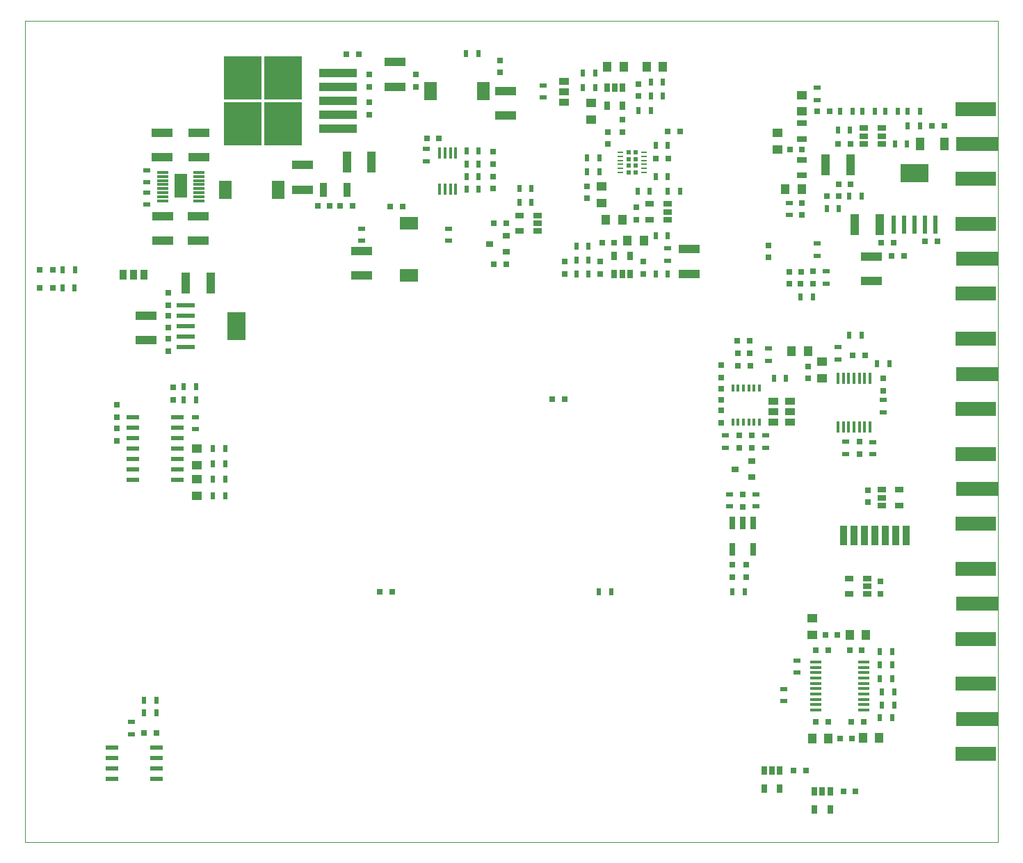
<source format=gbr>
G04 #@! TF.GenerationSoftware,KiCad,Pcbnew,5.0.1*
G04 #@! TF.CreationDate,2018-10-25T19:00:55+02:00*
G04 #@! TF.ProjectId,vcg,7663672E6B696361645F706362000000,rev?*
G04 #@! TF.SameCoordinates,Original*
G04 #@! TF.FileFunction,Paste,Top*
G04 #@! TF.FilePolarity,Positive*
%FSLAX46Y46*%
G04 Gerber Fmt 4.6, Leading zero omitted, Abs format (unit mm)*
G04 Created by KiCad (PCBNEW 5.0.1) date Thu Oct 25 19:00:55 2018*
%MOMM*%
%LPD*%
G01*
G04 APERTURE LIST*
%ADD10C,0.100000*%
%ADD11R,2.500000X1.000000*%
%ADD12R,1.000000X2.500000*%
%ADD13R,1.250000X1.000000*%
%ADD14R,1.000000X1.250000*%
%ADD15R,1.000000X1.600000*%
%ADD16R,1.500000X2.200000*%
%ADD17R,4.600000X1.100000*%
%ADD18R,4.550000X5.250000*%
%ADD19R,0.800000X0.750000*%
%ADD20R,2.200000X1.500000*%
%ADD21R,0.600000X2.200000*%
%ADD22R,3.500000X2.200000*%
%ADD23R,0.500000X0.900000*%
%ADD24R,0.900000X0.500000*%
%ADD25R,0.900000X2.400000*%
%ADD26R,1.550000X0.600000*%
%ADD27R,1.500000X0.600000*%
%ADD28R,2.200000X0.600000*%
%ADD29R,2.200000X3.500000*%
%ADD30R,0.650000X1.060000*%
%ADD31R,1.450000X0.450000*%
%ADD32R,0.450000X1.450000*%
%ADD33R,1.060000X0.650000*%
%ADD34R,0.420000X0.890000*%
%ADD35R,0.700000X0.250000*%
%ADD36R,0.510000X0.495000*%
%ADD37R,0.900000X0.800000*%
%ADD38R,0.760000X1.650000*%
%ADD39R,0.900000X1.700000*%
%ADD40R,0.700000X0.700000*%
%ADD41R,1.300000X0.700000*%
%ADD42R,1.270000X0.970000*%
%ADD43R,0.970000X1.270000*%
%ADD44R,0.800000X0.800000*%
%ADD45R,0.750000X0.800000*%
%ADD46R,1.400000X0.300000*%
%ADD47R,1.650000X2.850000*%
%ADD48R,4.900000X1.800000*%
%ADD49R,5.200000X1.800000*%
G04 APERTURE END LIST*
D10*
X168500000Y-30000000D02*
X168500000Y-130000000D01*
X50000000Y-30000000D02*
X168500000Y-30000000D01*
X50000000Y-30000000D02*
X50000000Y-130000000D01*
X50000000Y-130000000D02*
X168500000Y-130000000D01*
D11*
G04 #@! TO.C,C96*
X153100000Y-58690000D03*
X153100000Y-61690000D03*
G04 #@! TD*
D12*
G04 #@! TO.C,C93*
X151060000Y-54790000D03*
X154060000Y-54790000D03*
G04 #@! TD*
D11*
G04 #@! TO.C,C84*
X108575000Y-41575000D03*
X108575000Y-38575000D03*
G04 #@! TD*
G04 #@! TO.C,C83*
X91025000Y-58050000D03*
X91025000Y-61050000D03*
G04 #@! TD*
G04 #@! TO.C,C78*
X95037500Y-35037500D03*
X95037500Y-38037500D03*
G04 #@! TD*
G04 #@! TO.C,C77*
X64750000Y-68900000D03*
X64750000Y-65900000D03*
G04 #@! TD*
D12*
G04 #@! TO.C,C72*
X92225000Y-47225000D03*
X89225000Y-47225000D03*
G04 #@! TD*
G04 #@! TO.C,C71*
X72625000Y-61925000D03*
X69625000Y-61925000D03*
G04 #@! TD*
D11*
G04 #@! TO.C,C68*
X71150000Y-56800000D03*
X71150000Y-53800000D03*
G04 #@! TD*
G04 #@! TO.C,C67*
X83775000Y-47575000D03*
X83775000Y-50575000D03*
G04 #@! TD*
G04 #@! TO.C,C65*
X71200000Y-43650000D03*
X71200000Y-46650000D03*
G04 #@! TD*
G04 #@! TO.C,C64*
X66775000Y-56800000D03*
X66775000Y-53800000D03*
G04 #@! TD*
G04 #@! TO.C,C63*
X66700000Y-43650000D03*
X66700000Y-46650000D03*
G04 #@! TD*
D12*
G04 #@! TO.C,C38*
X147525000Y-47550000D03*
X150525000Y-47550000D03*
G04 #@! TD*
D11*
G04 #@! TO.C,C17*
X130925000Y-57800000D03*
X130925000Y-60800000D03*
G04 #@! TD*
D13*
G04 #@! TO.C,C88*
X70975000Y-84125000D03*
X70975000Y-82125000D03*
G04 #@! TD*
G04 #@! TO.C,C87*
X70975000Y-87825000D03*
X70975000Y-85825000D03*
G04 #@! TD*
G04 #@! TO.C,C60*
X145910000Y-104760000D03*
X145910000Y-102760000D03*
G04 #@! TD*
D14*
G04 #@! TO.C,C59*
X150412500Y-104762500D03*
X152412500Y-104762500D03*
G04 #@! TD*
G04 #@! TO.C,C53*
X147837500Y-117362500D03*
X145837500Y-117362500D03*
G04 #@! TD*
G04 #@! TO.C,C47*
X152025000Y-117350000D03*
X154025000Y-117350000D03*
G04 #@! TD*
G04 #@! TO.C,C46*
X145375000Y-70250000D03*
X143375000Y-70250000D03*
G04 #@! TD*
D13*
G04 #@! TO.C,C32*
X144575000Y-41050000D03*
X144575000Y-39050000D03*
G04 #@! TD*
G04 #@! TO.C,C29*
X141625000Y-45650000D03*
X141625000Y-43650000D03*
G04 #@! TD*
D14*
G04 #@! TO.C,C27*
X144575000Y-50475000D03*
X142575000Y-50475000D03*
G04 #@! TD*
G04 #@! TO.C,C19*
X123350000Y-56775000D03*
X125350000Y-56775000D03*
G04 #@! TD*
G04 #@! TO.C,C15*
X122725000Y-54225000D03*
X120725000Y-54225000D03*
G04 #@! TD*
G04 #@! TO.C,C12*
X127700000Y-35580000D03*
X125700000Y-35580000D03*
G04 #@! TD*
D13*
G04 #@! TO.C,C9*
X118970000Y-42050000D03*
X118970000Y-40050000D03*
G04 #@! TD*
D14*
G04 #@! TO.C,C8*
X120890000Y-35580000D03*
X122890000Y-35580000D03*
G04 #@! TD*
D13*
G04 #@! TO.C,C5*
X120250000Y-50200000D03*
X120250000Y-52200000D03*
G04 #@! TD*
G04 #@! TO.C,C48*
X147075000Y-73525000D03*
X147075000Y-71525000D03*
G04 #@! TD*
D15*
G04 #@! TO.C,C42*
X161975000Y-45000000D03*
X158975000Y-45000000D03*
G04 #@! TD*
D16*
G04 #@! TO.C,L12*
X74425000Y-50575000D03*
X80825000Y-50575000D03*
G04 #@! TD*
D17*
G04 #@! TO.C,U18*
X88150000Y-43137500D03*
X88150000Y-41437500D03*
X88150000Y-39737500D03*
X88150000Y-38037500D03*
X88150000Y-36337500D03*
D18*
X76575000Y-36962500D03*
X81425000Y-42512500D03*
X76575000Y-42512500D03*
X81425000Y-36962500D03*
G04 #@! TD*
D19*
G04 #@! TO.C,C66*
X85650000Y-52550000D03*
X87150000Y-52550000D03*
G04 #@! TD*
D20*
G04 #@! TO.C,L13*
X96750000Y-54625000D03*
X96750000Y-61025000D03*
G04 #@! TD*
D21*
G04 #@! TO.C,U21*
X155770000Y-54800000D03*
X160850000Y-54800000D03*
X158310000Y-54800000D03*
D22*
X158310000Y-48600000D03*
D21*
X157040000Y-54800000D03*
X159580000Y-54800000D03*
G04 #@! TD*
D23*
G04 #@! TO.C,R79*
X150350000Y-51370000D03*
X151850000Y-51370000D03*
G04 #@! TD*
G04 #@! TO.C,R46*
X149130000Y-52870000D03*
X147630000Y-52870000D03*
G04 #@! TD*
D24*
G04 #@! TO.C,R39*
X147550000Y-60500000D03*
X147550000Y-62000000D03*
G04 #@! TD*
D23*
G04 #@! TO.C,R38*
X144430000Y-63630000D03*
X145930000Y-63630000D03*
G04 #@! TD*
D19*
G04 #@! TO.C,C95*
X155540000Y-58630000D03*
X157040000Y-58630000D03*
G04 #@! TD*
G04 #@! TO.C,C94*
X161080000Y-56830000D03*
X159580000Y-56830000D03*
G04 #@! TD*
G04 #@! TO.C,C92*
X154290000Y-57060000D03*
X155790000Y-57060000D03*
G04 #@! TD*
D25*
G04 #@! TO.C,J2*
X157270000Y-92700000D03*
X156000000Y-92700000D03*
X154730000Y-92700000D03*
X153460000Y-92700000D03*
X152190000Y-92700000D03*
X150920000Y-92700000D03*
X149650000Y-92700000D03*
G04 #@! TD*
D19*
G04 #@! TO.C,C91*
X89925000Y-52550000D03*
X88425000Y-52550000D03*
G04 #@! TD*
D26*
G04 #@! TO.C,U20*
X60650000Y-118470000D03*
X60650000Y-119740000D03*
X60650000Y-121010000D03*
X60650000Y-122280000D03*
X66050000Y-122280000D03*
X66050000Y-121010000D03*
X66050000Y-119740000D03*
X66050000Y-118470000D03*
G04 #@! TD*
D27*
G04 #@! TO.C,U19*
X63160000Y-78260000D03*
X63160000Y-79530000D03*
X63160000Y-80800000D03*
X63160000Y-82070000D03*
X63160000Y-83340000D03*
X63160000Y-84610000D03*
X63160000Y-85880000D03*
X68560000Y-85880000D03*
X68560000Y-84610000D03*
X68560000Y-83340000D03*
X68560000Y-82070000D03*
X68560000Y-80800000D03*
X68560000Y-79530000D03*
X68560000Y-78260000D03*
G04 #@! TD*
D28*
G04 #@! TO.C,U17*
X69575000Y-64635000D03*
X69575000Y-69715000D03*
X69575000Y-67175000D03*
D29*
X75775000Y-67175000D03*
D28*
X69575000Y-65905000D03*
X69575000Y-68445000D03*
G04 #@! TD*
D30*
G04 #@! TO.C,U15*
X148040000Y-123800000D03*
X147090000Y-123800000D03*
X146140000Y-123800000D03*
X146140000Y-126000000D03*
X148040000Y-126000000D03*
G04 #@! TD*
G04 #@! TO.C,U14*
X141900000Y-121300000D03*
X140950000Y-121300000D03*
X140000000Y-121300000D03*
X140000000Y-123500000D03*
X141900000Y-123500000D03*
G04 #@! TD*
D31*
G04 #@! TO.C,U13*
X146262500Y-108087500D03*
X146262500Y-108737500D03*
X146262500Y-109387500D03*
X146262500Y-110037500D03*
X146262500Y-110687500D03*
X146262500Y-111337500D03*
X146262500Y-111987500D03*
X146262500Y-112637500D03*
X146262500Y-113287500D03*
X146262500Y-113937500D03*
X152162500Y-113937500D03*
X152162500Y-113287500D03*
X152162500Y-112637500D03*
X152162500Y-111987500D03*
X152162500Y-111337500D03*
X152162500Y-110687500D03*
X152162500Y-110037500D03*
X152162500Y-109387500D03*
X152162500Y-108737500D03*
X152162500Y-108087500D03*
G04 #@! TD*
D32*
G04 #@! TO.C,U12*
X149000000Y-79425000D03*
X149650000Y-79425000D03*
X150300000Y-79425000D03*
X150950000Y-79425000D03*
X151600000Y-79425000D03*
X152250000Y-79425000D03*
X152900000Y-79425000D03*
X152900000Y-73525000D03*
X152250000Y-73525000D03*
X151600000Y-73525000D03*
X150950000Y-73525000D03*
X150300000Y-73525000D03*
X149650000Y-73525000D03*
X149000000Y-73525000D03*
G04 #@! TD*
D33*
G04 #@! TO.C,U11*
X152600000Y-99800000D03*
X152600000Y-98850000D03*
X152600000Y-97900000D03*
X150400000Y-97900000D03*
X150400000Y-99800000D03*
G04 #@! TD*
G04 #@! TO.C,U10*
X154300000Y-87125000D03*
X154300000Y-88075000D03*
X154300000Y-89025000D03*
X156500000Y-89025000D03*
X156500000Y-87125000D03*
G04 #@! TD*
D34*
G04 #@! TO.C,U9*
X136200000Y-78905000D03*
X136850000Y-78905000D03*
X137500000Y-78905000D03*
X138150000Y-78905000D03*
X138800000Y-78905000D03*
X139450000Y-78905000D03*
X139450000Y-74695000D03*
X138800000Y-74695000D03*
X138150000Y-74695000D03*
X137500000Y-74695000D03*
X136850000Y-74695000D03*
X136200000Y-74695000D03*
G04 #@! TD*
D33*
G04 #@! TO.C,U8*
X154325000Y-45000000D03*
X154325000Y-44050000D03*
X154325000Y-43100000D03*
X152125000Y-43100000D03*
X152125000Y-45000000D03*
X152125000Y-44050000D03*
G04 #@! TD*
D30*
G04 #@! TO.C,U7*
X121775000Y-60800000D03*
X122725000Y-60800000D03*
X123675000Y-60800000D03*
X123675000Y-58600000D03*
X121775000Y-58600000D03*
G04 #@! TD*
D33*
G04 #@! TO.C,U6*
X128300000Y-54225000D03*
X128300000Y-53275000D03*
X128300000Y-52325000D03*
X126100000Y-52325000D03*
X126100000Y-54225000D03*
G04 #@! TD*
D35*
G04 #@! TO.C,U5*
X122475000Y-46000000D03*
X122475000Y-46500000D03*
X122475000Y-47000000D03*
X122475000Y-47500000D03*
X122475000Y-48000000D03*
X122475000Y-48500000D03*
X125375000Y-48500000D03*
X125375000Y-48000000D03*
X125375000Y-47500000D03*
X125375000Y-47000000D03*
X125375000Y-46500000D03*
X125375000Y-46000000D03*
D36*
X124350000Y-48487500D03*
X124350000Y-47662500D03*
X124350000Y-46837500D03*
X124350000Y-46012500D03*
X123500000Y-48487500D03*
X123500000Y-47662500D03*
X123500000Y-46837500D03*
X123500000Y-46012500D03*
G04 #@! TD*
D30*
G04 #@! TO.C,U4*
X122790000Y-38140000D03*
X121840000Y-38140000D03*
X120890000Y-38140000D03*
X120890000Y-40340000D03*
X122790000Y-40340000D03*
G04 #@! TD*
D33*
G04 #@! TO.C,U3*
X112410000Y-55590000D03*
X112410000Y-54640000D03*
X112410000Y-53690000D03*
X110210000Y-53690000D03*
X110210000Y-55590000D03*
G04 #@! TD*
D37*
G04 #@! TO.C,U2*
X108610000Y-58120000D03*
X108610000Y-56220000D03*
X106610000Y-57170000D03*
G04 #@! TD*
D32*
G04 #@! TO.C,U1*
X100525000Y-50500000D03*
X101175000Y-50500000D03*
X101825000Y-50500000D03*
X102475000Y-50500000D03*
X102475000Y-46100000D03*
X101825000Y-46100000D03*
X101175000Y-46100000D03*
X100525000Y-46100000D03*
G04 #@! TD*
D38*
G04 #@! TO.C,T1*
X138695000Y-94350000D03*
X136155000Y-94350000D03*
X136155000Y-91150000D03*
X137425000Y-91150000D03*
X138695000Y-91150000D03*
G04 #@! TD*
D24*
G04 #@! TO.C,R78*
X62970000Y-115390000D03*
X62970000Y-116890000D03*
G04 #@! TD*
D23*
G04 #@! TO.C,R77*
X66000000Y-114300000D03*
X64500000Y-114300000D03*
G04 #@! TD*
G04 #@! TO.C,R76*
X66000000Y-112700000D03*
X64500000Y-112700000D03*
G04 #@! TD*
D24*
G04 #@! TO.C,R75*
X70750000Y-79760000D03*
X70750000Y-78260000D03*
G04 #@! TD*
D23*
G04 #@! TO.C,R74*
X72875000Y-82075000D03*
X74375000Y-82075000D03*
G04 #@! TD*
G04 #@! TO.C,R73*
X72875000Y-83975000D03*
X74375000Y-83975000D03*
G04 #@! TD*
G04 #@! TO.C,R72*
X72875000Y-85825000D03*
X74375000Y-85825000D03*
G04 #@! TD*
G04 #@! TO.C,R71*
X72875000Y-87825000D03*
X74375000Y-87825000D03*
G04 #@! TD*
G04 #@! TO.C,R70*
X69325000Y-76125000D03*
X70825000Y-76125000D03*
G04 #@! TD*
G04 #@! TO.C,R69*
X69325000Y-74575000D03*
X70825000Y-74575000D03*
G04 #@! TD*
G04 #@! TO.C,R68*
X56100000Y-60325000D03*
X54600000Y-60325000D03*
G04 #@! TD*
G04 #@! TO.C,R67*
X56075000Y-62525000D03*
X54575000Y-62525000D03*
G04 #@! TD*
D39*
G04 #@! TO.C,R66*
X89225000Y-50575000D03*
X86325000Y-50575000D03*
G04 #@! TD*
D24*
G04 #@! TO.C,R65*
X64850000Y-52400000D03*
X64850000Y-50900000D03*
G04 #@! TD*
G04 #@! TO.C,R64*
X64850000Y-48200000D03*
X64850000Y-49700000D03*
G04 #@! TD*
D23*
G04 #@! TO.C,R63*
X155625000Y-106850000D03*
X154125000Y-106850000D03*
G04 #@! TD*
G04 #@! TO.C,R62*
X155625000Y-110075000D03*
X154125000Y-110075000D03*
G04 #@! TD*
G04 #@! TO.C,R61*
X155850000Y-113300000D03*
X154350000Y-113300000D03*
G04 #@! TD*
D24*
G04 #@! TO.C,R60*
X154525000Y-77700000D03*
X154525000Y-76200000D03*
G04 #@! TD*
D23*
G04 #@! TO.C,R59*
X151900000Y-68250000D03*
X150400000Y-68250000D03*
G04 #@! TD*
D24*
G04 #@! TO.C,R58*
X149000000Y-69750000D03*
X149000000Y-71250000D03*
G04 #@! TD*
D23*
G04 #@! TO.C,R57*
X155625000Y-108450000D03*
X154125000Y-108450000D03*
G04 #@! TD*
G04 #@! TO.C,R56*
X155850000Y-111700000D03*
X154350000Y-111700000D03*
G04 #@! TD*
G04 #@! TO.C,R55*
X155625000Y-114900000D03*
X154125000Y-114900000D03*
G04 #@! TD*
D24*
G04 #@! TO.C,R54*
X153250000Y-82790000D03*
X153250000Y-81290000D03*
G04 #@! TD*
D23*
G04 #@! TO.C,R53*
X155250000Y-71750000D03*
X153750000Y-71750000D03*
G04 #@! TD*
D24*
G04 #@! TO.C,R52*
X149950000Y-82770000D03*
X149950000Y-81270000D03*
G04 #@! TD*
G04 #@! TO.C,R51*
X144050000Y-107890000D03*
X144050000Y-109390000D03*
G04 #@! TD*
G04 #@! TO.C,R50*
X142440000Y-111350000D03*
X142440000Y-112850000D03*
G04 #@! TD*
G04 #@! TO.C,R49*
X140550000Y-69925000D03*
X140550000Y-71425000D03*
G04 #@! TD*
D23*
G04 #@! TO.C,R48*
X142700000Y-73550000D03*
X141200000Y-73550000D03*
G04 #@! TD*
G04 #@! TO.C,R47*
X157425000Y-45000000D03*
X155925000Y-45000000D03*
G04 #@! TD*
G04 #@! TO.C,R45*
X158975000Y-42800000D03*
X157475000Y-42800000D03*
G04 #@! TD*
G04 #@! TO.C,R44*
X148975000Y-43350000D03*
X150475000Y-43350000D03*
G04 #@! TD*
G04 #@! TO.C,R43*
X153475000Y-41050000D03*
X151975000Y-41050000D03*
G04 #@! TD*
D24*
G04 #@! TO.C,R42*
X140175000Y-81975000D03*
X140175000Y-80475000D03*
G04 #@! TD*
G04 #@! TO.C,R41*
X135325000Y-81975000D03*
X135325000Y-80475000D03*
G04 #@! TD*
D23*
G04 #@! TO.C,R40*
X154775000Y-41050000D03*
X156275000Y-41050000D03*
G04 #@! TD*
G04 #@! TO.C,R37*
X150800000Y-41050000D03*
X149300000Y-41050000D03*
G04 #@! TD*
G04 #@! TO.C,R36*
X157475000Y-41050000D03*
X158975000Y-41050000D03*
G04 #@! TD*
D24*
G04 #@! TO.C,R35*
X139025000Y-87650000D03*
X139025000Y-89150000D03*
G04 #@! TD*
G04 #@! TO.C,R34*
X135775000Y-87650000D03*
X135775000Y-89150000D03*
G04 #@! TD*
G04 #@! TO.C,R33*
X146475000Y-39675000D03*
X146475000Y-38175000D03*
G04 #@! TD*
D23*
G04 #@! TO.C,R32*
X136150000Y-99525000D03*
X137650000Y-99525000D03*
G04 #@! TD*
G04 #@! TO.C,R31*
X121375000Y-99525000D03*
X119875000Y-99525000D03*
G04 #@! TD*
D24*
G04 #@! TO.C,R30*
X143050000Y-53675000D03*
X143050000Y-52175000D03*
G04 #@! TD*
G04 #@! TO.C,R29*
X146450000Y-58650000D03*
X146450000Y-57150000D03*
G04 #@! TD*
D23*
G04 #@! TO.C,R28*
X118650000Y-57450000D03*
X117150000Y-57450000D03*
G04 #@! TD*
G04 #@! TO.C,R27*
X117150000Y-59125000D03*
X118650000Y-59125000D03*
G04 #@! TD*
G04 #@! TO.C,R26*
X117150000Y-60800000D03*
X118650000Y-60800000D03*
G04 #@! TD*
G04 #@! TO.C,R25*
X126800000Y-60800000D03*
X128300000Y-60800000D03*
G04 #@! TD*
D24*
G04 #@! TO.C,R24*
X128300000Y-59200000D03*
X128300000Y-57700000D03*
G04 #@! TD*
D23*
G04 #@! TO.C,R23*
X126100000Y-50750000D03*
X124600000Y-50750000D03*
G04 #@! TD*
G04 #@! TO.C,R22*
X126800000Y-56200000D03*
X128300000Y-56200000D03*
G04 #@! TD*
G04 #@! TO.C,R21*
X128300000Y-50750000D03*
X129800000Y-50750000D03*
G04 #@! TD*
G04 #@! TO.C,R20*
X128300000Y-49000000D03*
X126800000Y-49000000D03*
G04 #@! TD*
G04 #@! TO.C,R19*
X128300000Y-45150000D03*
X126800000Y-45150000D03*
G04 #@! TD*
G04 #@! TO.C,R18*
X127700000Y-39190000D03*
X126200000Y-39190000D03*
G04 #@! TD*
G04 #@! TO.C,R17*
X127700000Y-37490000D03*
X126200000Y-37490000D03*
G04 #@! TD*
G04 #@! TO.C,R16*
X111710000Y-52110000D03*
X110210000Y-52110000D03*
G04 #@! TD*
G04 #@! TO.C,R15*
X110210000Y-50400000D03*
X111710000Y-50400000D03*
G04 #@! TD*
D24*
G04 #@! TO.C,R14*
X113100000Y-37870000D03*
X113100000Y-39370000D03*
G04 #@! TD*
D23*
G04 #@! TO.C,R13*
X124710000Y-40910000D03*
X126210000Y-40910000D03*
G04 #@! TD*
G04 #@! TO.C,R12*
X117930000Y-36400000D03*
X119430000Y-36400000D03*
G04 #@! TD*
G04 #@! TO.C,R11*
X118450000Y-46700000D03*
X119950000Y-46700000D03*
G04 #@! TD*
G04 #@! TO.C,R10*
X118450000Y-48425000D03*
X119950000Y-48425000D03*
G04 #@! TD*
G04 #@! TO.C,R9*
X119430000Y-38140000D03*
X117930000Y-38140000D03*
G04 #@! TD*
G04 #@! TO.C,R8*
X105225000Y-34025000D03*
X103725000Y-34025000D03*
G04 #@! TD*
D24*
G04 #@! TO.C,R7*
X91050000Y-56800000D03*
X91050000Y-55300000D03*
G04 #@! TD*
D23*
G04 #@! TO.C,R6*
X105275000Y-45850000D03*
X103775000Y-45850000D03*
G04 #@! TD*
G04 #@! TO.C,R5*
X105275000Y-50550000D03*
X103775000Y-50550000D03*
G04 #@! TD*
D24*
G04 #@! TO.C,R4*
X101625000Y-56800000D03*
X101625000Y-55300000D03*
G04 #@! TD*
G04 #@! TO.C,R3*
X98925000Y-47100000D03*
X98925000Y-45600000D03*
G04 #@! TD*
D23*
G04 #@! TO.C,R2*
X103775000Y-47425000D03*
X105275000Y-47425000D03*
G04 #@! TD*
G04 #@! TO.C,R1*
X103775000Y-48975000D03*
X105275000Y-48975000D03*
G04 #@! TD*
D16*
G04 #@! TO.C,L14*
X99425000Y-38575000D03*
X105825000Y-38575000D03*
G04 #@! TD*
D40*
G04 #@! TO.C,L11*
X148912500Y-104762500D03*
X147512500Y-104762500D03*
G04 #@! TD*
G04 #@! TO.C,L10*
X149262500Y-117362500D03*
X150662500Y-117362500D03*
G04 #@! TD*
G04 #@! TO.C,L9*
X145375000Y-73525000D03*
X145375000Y-72125000D03*
G04 #@! TD*
G04 #@! TO.C,L8*
X138250000Y-70475000D03*
X136850000Y-70475000D03*
G04 #@! TD*
G04 #@! TO.C,L7*
X134825000Y-76175000D03*
X134825000Y-74775000D03*
G04 #@! TD*
G04 #@! TO.C,L6*
X150530000Y-49940000D03*
X149130000Y-49940000D03*
G04 #@! TD*
D41*
G04 #@! TO.C,L5*
X144575000Y-42475000D03*
X144575000Y-44375000D03*
G04 #@! TD*
D40*
G04 #@! TO.C,L4*
X144575000Y-45650000D03*
X143175000Y-45650000D03*
G04 #@! TD*
D41*
G04 #@! TO.C,L3*
X144575000Y-46950000D03*
X144575000Y-48850000D03*
G04 #@! TD*
D40*
G04 #@! TO.C,L2*
X144450000Y-62000000D03*
X143050000Y-62000000D03*
G04 #@! TD*
G04 #@! TO.C,L1*
X118450000Y-50200000D03*
X118450000Y-51600000D03*
G04 #@! TD*
D42*
G04 #@! TO.C,GS4*
X141175000Y-76355000D03*
X141175000Y-77625000D03*
X141175000Y-78895000D03*
G04 #@! TD*
G04 #@! TO.C,GS3*
X143175000Y-76355000D03*
X143175000Y-77625000D03*
X143175000Y-78895000D03*
G04 #@! TD*
G04 #@! TO.C,GS2*
X115640000Y-39910000D03*
X115640000Y-38640000D03*
X115640000Y-37370000D03*
G04 #@! TD*
D43*
G04 #@! TO.C,GS1*
X62005000Y-60900000D03*
X63275000Y-60900000D03*
X64545000Y-60900000D03*
G04 #@! TD*
D44*
G04 #@! TO.C,DS2*
X53425000Y-60325000D03*
X51825000Y-60325000D03*
G04 #@! TD*
G04 #@! TO.C,DS1*
X53425000Y-62525000D03*
X51825000Y-62525000D03*
G04 #@! TD*
D37*
G04 #@! TO.C,D1*
X138500000Y-85550000D03*
X138500000Y-83650000D03*
X136500000Y-84600000D03*
G04 #@! TD*
D19*
G04 #@! TO.C,C90*
X64550000Y-116740000D03*
X66050000Y-116740000D03*
G04 #@! TD*
D45*
G04 #@! TO.C,C89*
X61200000Y-76750000D03*
X61200000Y-78250000D03*
G04 #@! TD*
G04 #@! TO.C,C86*
X68025000Y-76125000D03*
X68025000Y-74625000D03*
G04 #@! TD*
G04 #@! TO.C,C85*
X61200000Y-81150000D03*
X61200000Y-79650000D03*
G04 #@! TD*
G04 #@! TO.C,C82*
X107900000Y-34825000D03*
X107900000Y-36325000D03*
G04 #@! TD*
D19*
G04 #@! TO.C,C81*
X93250000Y-99500000D03*
X94750000Y-99500000D03*
G04 #@! TD*
D45*
G04 #@! TO.C,C80*
X97600000Y-36550000D03*
X97600000Y-38050000D03*
G04 #@! TD*
D19*
G04 #@! TO.C,C79*
X94500000Y-52650000D03*
X96000000Y-52650000D03*
G04 #@! TD*
D45*
G04 #@! TO.C,C76*
X91912500Y-36537500D03*
X91912500Y-38037500D03*
G04 #@! TD*
G04 #@! TO.C,C75*
X67450000Y-67400000D03*
X67450000Y-65900000D03*
G04 #@! TD*
D19*
G04 #@! TO.C,C74*
X90675000Y-34100000D03*
X89175000Y-34100000D03*
G04 #@! TD*
D45*
G04 #@! TO.C,C73*
X67450000Y-70200000D03*
X67450000Y-68700000D03*
G04 #@! TD*
G04 #@! TO.C,C70*
X91912500Y-39937500D03*
X91912500Y-41437500D03*
G04 #@! TD*
G04 #@! TO.C,C69*
X67450000Y-63125000D03*
X67450000Y-64625000D03*
G04 #@! TD*
D19*
G04 #@! TO.C,C62*
X151150000Y-123800000D03*
X149650000Y-123800000D03*
G04 #@! TD*
G04 #@! TO.C,C61*
X145100000Y-121300000D03*
X143600000Y-121300000D03*
G04 #@! TD*
G04 #@! TO.C,C58*
X152137500Y-115387500D03*
X150637500Y-115387500D03*
G04 #@! TD*
G04 #@! TO.C,C57*
X151912500Y-106637500D03*
X150412500Y-106637500D03*
G04 #@! TD*
G04 #@! TO.C,C56*
X146337500Y-115387500D03*
X147837500Y-115387500D03*
G04 #@! TD*
G04 #@! TO.C,C55*
X146337500Y-106637500D03*
X147837500Y-106637500D03*
G04 #@! TD*
D45*
G04 #@! TO.C,C54*
X154475000Y-75025000D03*
X154475000Y-73525000D03*
G04 #@! TD*
G04 #@! TO.C,C52*
X151600000Y-82770000D03*
X151600000Y-81270000D03*
G04 #@! TD*
G04 #@! TO.C,C51*
X152670000Y-88630000D03*
X152670000Y-87130000D03*
G04 #@! TD*
G04 #@! TO.C,C50*
X154200000Y-98300000D03*
X154200000Y-99800000D03*
G04 #@! TD*
D19*
G04 #@! TO.C,C49*
X152300000Y-70750000D03*
X150800000Y-70750000D03*
G04 #@! TD*
G04 #@! TO.C,C45*
X136750000Y-68950000D03*
X138250000Y-68950000D03*
G04 #@! TD*
G04 #@! TO.C,C44*
X138350000Y-71975000D03*
X136850000Y-71975000D03*
G04 #@! TD*
G04 #@! TO.C,C43*
X160425000Y-42800000D03*
X161925000Y-42800000D03*
G04 #@! TD*
D45*
G04 #@! TO.C,C41*
X134825000Y-78975000D03*
X134825000Y-77475000D03*
G04 #@! TD*
G04 #@! TO.C,C40*
X138500000Y-81975000D03*
X138500000Y-80475000D03*
G04 #@! TD*
G04 #@! TO.C,C39*
X137000000Y-81975000D03*
X137000000Y-80475000D03*
G04 #@! TD*
G04 #@! TO.C,C37*
X134825000Y-71950000D03*
X134825000Y-73450000D03*
G04 #@! TD*
D19*
G04 #@! TO.C,C36*
X149025000Y-45000000D03*
X150525000Y-45000000D03*
G04 #@! TD*
D45*
G04 #@! TO.C,C35*
X137425000Y-89175000D03*
X137425000Y-87675000D03*
G04 #@! TD*
D19*
G04 #@! TO.C,C34*
X146475000Y-41050000D03*
X147975000Y-41050000D03*
G04 #@! TD*
G04 #@! TO.C,C33*
X147630000Y-51370000D03*
X149130000Y-51370000D03*
G04 #@! TD*
D45*
G04 #@! TO.C,C31*
X136150000Y-97725000D03*
X136150000Y-96225000D03*
G04 #@! TD*
G04 #@! TO.C,C30*
X137800000Y-97725000D03*
X137800000Y-96225000D03*
G04 #@! TD*
G04 #@! TO.C,C28*
X145925000Y-60500000D03*
X145925000Y-62000000D03*
G04 #@! TD*
D19*
G04 #@! TO.C,C26*
X144550000Y-60575000D03*
X143050000Y-60575000D03*
G04 #@! TD*
D45*
G04 #@! TO.C,C25*
X144575000Y-53675000D03*
X144575000Y-52175000D03*
G04 #@! TD*
G04 #@! TO.C,C24*
X140550000Y-58850000D03*
X140550000Y-57350000D03*
G04 #@! TD*
D19*
G04 #@! TO.C,C23*
X114235000Y-76050000D03*
X115735000Y-76050000D03*
G04 #@! TD*
D45*
G04 #@! TO.C,C22*
X115725000Y-59300000D03*
X115725000Y-60800000D03*
G04 #@! TD*
D19*
G04 #@! TO.C,C21*
X120275000Y-57000000D03*
X121775000Y-57000000D03*
G04 #@! TD*
D45*
G04 #@! TO.C,C20*
X120025000Y-59300000D03*
X120025000Y-60800000D03*
G04 #@! TD*
G04 #@! TO.C,C18*
X125300000Y-60800000D03*
X125300000Y-59300000D03*
G04 #@! TD*
G04 #@! TO.C,C16*
X124475000Y-52725000D03*
X124475000Y-54225000D03*
G04 #@! TD*
D19*
G04 #@! TO.C,C14*
X128300000Y-43475000D03*
X129800000Y-43475000D03*
G04 #@! TD*
G04 #@! TO.C,C13*
X128325000Y-46825000D03*
X126825000Y-46825000D03*
G04 #@! TD*
D45*
G04 #@! TO.C,C11*
X124710000Y-39190000D03*
X124710000Y-37690000D03*
G04 #@! TD*
G04 #@! TO.C,C10*
X122790000Y-43550000D03*
X122790000Y-42050000D03*
G04 #@! TD*
D19*
G04 #@! TO.C,C7*
X107110000Y-54660000D03*
X108610000Y-54660000D03*
G04 #@! TD*
D45*
G04 #@! TO.C,C6*
X121000000Y-43550000D03*
X121000000Y-45050000D03*
G04 #@! TD*
D19*
G04 #@! TO.C,C4*
X107110000Y-59680000D03*
X108610000Y-59680000D03*
G04 #@! TD*
G04 #@! TO.C,C3*
X98950000Y-44325000D03*
X100450000Y-44325000D03*
G04 #@! TD*
D45*
G04 #@! TO.C,C2*
X107000000Y-47425000D03*
X107000000Y-45925000D03*
G04 #@! TD*
G04 #@! TO.C,C1*
X107000000Y-48950000D03*
X107000000Y-50450000D03*
G04 #@! TD*
D46*
G04 #@! TO.C,U16*
X66763000Y-48453000D03*
X66763000Y-48953000D03*
X66763000Y-49453000D03*
X66763000Y-49953000D03*
X66763000Y-50453000D03*
X71163000Y-50453000D03*
X71163000Y-49953000D03*
X71163000Y-49453000D03*
X71163000Y-48953000D03*
X71163000Y-48453000D03*
X66763000Y-50953000D03*
X66763000Y-51453000D03*
X66763000Y-51953000D03*
X71163000Y-50953000D03*
X71163000Y-51453000D03*
X71163000Y-51953000D03*
D47*
X68963000Y-50103000D03*
G04 #@! TD*
D48*
G04 #@! TO.C,J1*
X165750000Y-49250000D03*
X165750000Y-40750000D03*
D49*
X165900000Y-45000000D03*
G04 #@! TD*
D48*
G04 #@! TO.C,J3*
X165750000Y-63250000D03*
X165750000Y-54750000D03*
D49*
X165900000Y-59000000D03*
G04 #@! TD*
D48*
G04 #@! TO.C,J4*
X165750000Y-119250000D03*
X165750000Y-110750000D03*
D49*
X165900000Y-115000000D03*
G04 #@! TD*
D48*
G04 #@! TO.C,J5*
X165750000Y-105250000D03*
X165750000Y-96750000D03*
D49*
X165900000Y-101000000D03*
G04 #@! TD*
D48*
G04 #@! TO.C,J6*
X165750000Y-91250000D03*
X165750000Y-82750000D03*
D49*
X165900000Y-87000000D03*
G04 #@! TD*
D48*
G04 #@! TO.C,J7*
X165750000Y-77250000D03*
X165750000Y-68750000D03*
D49*
X165900000Y-73000000D03*
G04 #@! TD*
M02*

</source>
